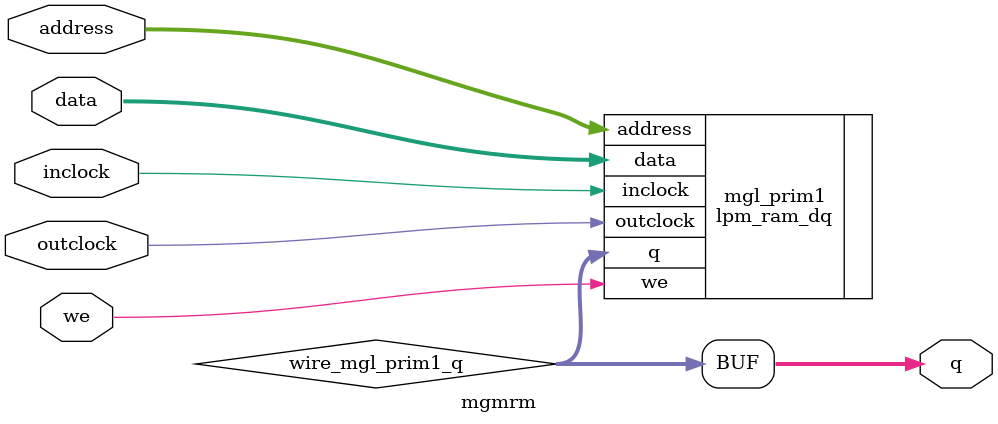
<source format=v>






//synthesis_resources = lpm_ram_dq 1 
//synopsys translate_off
`timescale 1 ps / 1 ps
//synopsys translate_on
module  mgmrm
	( 
	address,
	data,
	inclock,
	outclock,
	q,
	we) /* synthesis synthesis_clearbox=1 */;
	input   [14:0]  address;
	input   [7:0]  data;
	input   inclock;
	input   outclock;
	output   [7:0]  q;
	input   we;

	wire  [7:0]   wire_mgl_prim1_q;

	lpm_ram_dq   mgl_prim1
	( 
	.address(address),
	.data(data),
	.inclock(inclock),
	.outclock(outclock),
	.q(wire_mgl_prim1_q),
	.we(we));
	defparam
		mgl_prim1.intended_device_family = "MAX7000S",
		mgl_prim1.lpm_address_control = "REGISTERED",
		mgl_prim1.lpm_file = "../vga_hw_tes/1024.hex",
		mgl_prim1.lpm_indata = "REGISTERED",
		mgl_prim1.lpm_outdata = "REGISTERED",
		mgl_prim1.lpm_width = 8,
		mgl_prim1.lpm_widthad = 15;
	assign
		q = wire_mgl_prim1_q;
endmodule //mgmrm
//VALID FILE

</source>
